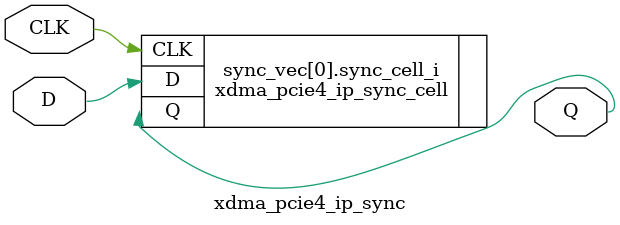
<source format=v>

`timescale 1ps / 1ps

(* DowngradeIPIdentifiedWarnings = "yes" *)
module xdma_pcie4_ip_sync #
(
    parameter integer WIDTH = 1, 
    parameter integer STAGE = 3
)
(
    //-------------------------------------------------------------------------- 
    //  Input Ports
    //-------------------------------------------------------------------------- 
    input                               CLK,
    input       [WIDTH-1:0]             D,
    
    //-------------------------------------------------------------------------- 
    //  Output Ports
    //-------------------------------------------------------------------------- 
    output      [WIDTH-1:0]             Q
);                                                        



//--------------------------------------------------------------------------------------------------
//  Generate Synchronizer - Begin
//--------------------------------------------------------------------------------------------------
genvar i;

generate for (i=0; i<WIDTH; i=i+1) 

    begin : sync_vec

    //----------------------------------------------------------------------
    //  Synchronizer
    //----------------------------------------------------------------------
    xdma_pcie4_ip_sync_cell #
    (
        .STAGE                          (STAGE)
    )    
    sync_cell_i
    (
        //------------------------------------------------------------------
        //  Input Ports
        //------------------------------------------------------------------
        .CLK                            (CLK),
        .D                              (D[i]),

        //------------------------------------------------------------------
        //  Output Ports
        //------------------------------------------------------------------
        .Q                              (Q[i])
    );
 
    end   
      
endgenerate 
//--------------------------------------------------------------------------------------------------
//  Generate - End
//--------------------------------------------------------------------------------------------------



endmodule

</source>
